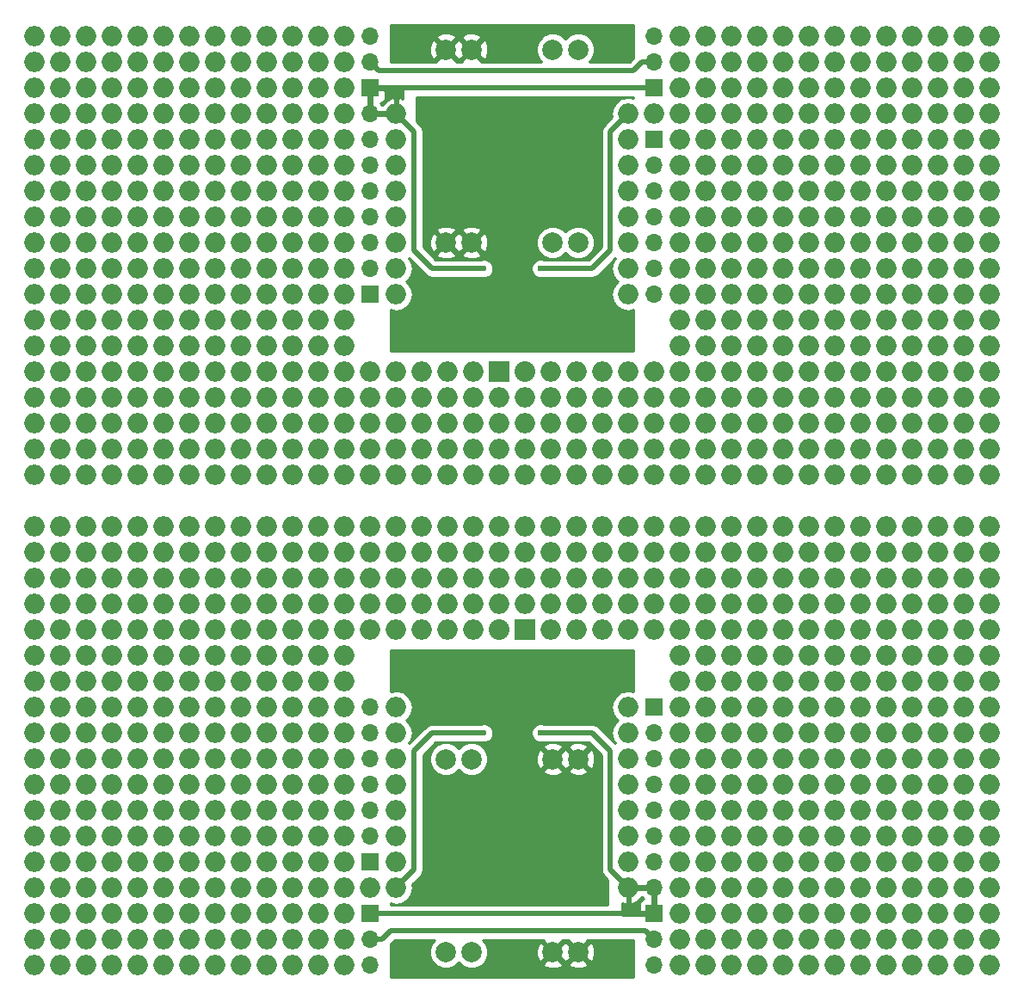
<source format=gbr>
G04 #@! TF.FileFunction,Copper,L2,Bot,Signal*
%FSLAX46Y46*%
G04 Gerber Fmt 4.6, Leading zero omitted, Abs format (unit mm)*
G04 Created by KiCad (PCBNEW 4.0.4+e1-6308~48~ubuntu16.04.1-stable) date Sun Jan 29 14:42:06 2017*
%MOMM*%
%LPD*%
G01*
G04 APERTURE LIST*
%ADD10C,0.100000*%
%ADD11O,2.000000X2.000000*%
%ADD12R,1.700000X1.700000*%
%ADD13O,1.700000X1.700000*%
%ADD14C,2.000000*%
%ADD15R,2.032000X2.032000*%
%ADD16O,2.032000X2.032000*%
%ADD17C,0.600000*%
%ADD18C,0.500000*%
%ADD19C,0.254000*%
G04 APERTURE END LIST*
D10*
D11*
X127540000Y-70120000D03*
X125000000Y-70120000D03*
X127540000Y-67580000D03*
X125000000Y-67580000D03*
X122460000Y-72660000D03*
X122460000Y-70120000D03*
X119920000Y-72660000D03*
X119920000Y-70120000D03*
X122460000Y-67580000D03*
X119920000Y-67580000D03*
X127540000Y-75200000D03*
X125000000Y-75200000D03*
X130080000Y-72660000D03*
X125000000Y-72660000D03*
X127540000Y-72660000D03*
X130080000Y-67580000D03*
X132620000Y-67580000D03*
X130080000Y-70120000D03*
X132620000Y-70120000D03*
X119920000Y-82820000D03*
X117380000Y-82820000D03*
X119920000Y-80280000D03*
X117380000Y-80280000D03*
X125000000Y-80280000D03*
X122460000Y-77740000D03*
X122460000Y-80280000D03*
X122460000Y-75200000D03*
X125000000Y-77740000D03*
X130080000Y-77740000D03*
X127540000Y-80280000D03*
X127540000Y-77740000D03*
X130080000Y-75200000D03*
X130080000Y-80280000D03*
X117380000Y-77740000D03*
X119920000Y-75200000D03*
X119920000Y-77740000D03*
X117380000Y-75200000D03*
X114840000Y-98060000D03*
X114840000Y-108220000D03*
X114840000Y-105680000D03*
X114840000Y-103140000D03*
X114840000Y-100600000D03*
X119920000Y-87900000D03*
X119920000Y-90440000D03*
X117380000Y-90440000D03*
X117380000Y-87900000D03*
X117380000Y-85360000D03*
X125000000Y-87900000D03*
X125000000Y-85360000D03*
X122460000Y-87900000D03*
X122460000Y-85360000D03*
X119920000Y-85360000D03*
X122460000Y-82820000D03*
X125000000Y-82820000D03*
X130080000Y-82820000D03*
X132620000Y-85360000D03*
X130080000Y-85360000D03*
X130080000Y-87900000D03*
X127540000Y-87900000D03*
X127540000Y-82820000D03*
X127540000Y-85360000D03*
D12*
X114840000Y-70120000D03*
D13*
X114840000Y-67580000D03*
X114840000Y-65040000D03*
D12*
X86900000Y-70120000D03*
D13*
X86900000Y-67580000D03*
X86900000Y-65040000D03*
D12*
X86900000Y-90440000D03*
D13*
X86900000Y-87900000D03*
X86900000Y-85360000D03*
X86900000Y-82820000D03*
X86900000Y-80280000D03*
X86900000Y-77740000D03*
X86900000Y-75200000D03*
X86900000Y-72660000D03*
D11*
X112300000Y-90440000D03*
X112300000Y-87900000D03*
X112300000Y-85360000D03*
X112300000Y-82820000D03*
X112300000Y-80280000D03*
X112300000Y-77740000D03*
X112300000Y-75200000D03*
X112300000Y-72660000D03*
X89440000Y-72660000D03*
X89440000Y-75200000D03*
X89440000Y-77740000D03*
X89440000Y-80280000D03*
X89440000Y-82820000D03*
X89440000Y-85360000D03*
X89440000Y-87900000D03*
X89440000Y-90440000D03*
D14*
X94370000Y-85335000D03*
X96870000Y-85335000D03*
X104870000Y-85335000D03*
X107370000Y-85335000D03*
X104870000Y-66335000D03*
X107370000Y-66335000D03*
X94370000Y-66335000D03*
X96870000Y-66335000D03*
D11*
X114840000Y-72660000D03*
D12*
X114840000Y-75200000D03*
D13*
X114840000Y-77740000D03*
X114840000Y-80280000D03*
X114840000Y-82820000D03*
X114840000Y-85360000D03*
X114840000Y-87900000D03*
X114840000Y-90440000D03*
D11*
X104680000Y-98060000D03*
X109760000Y-103140000D03*
X107220000Y-103140000D03*
X109760000Y-100600000D03*
X107220000Y-100600000D03*
X107220000Y-98060000D03*
D15*
X99600000Y-98060000D03*
D16*
X102140000Y-98060000D03*
D11*
X99600000Y-100600000D03*
X102140000Y-103140000D03*
X104680000Y-100600000D03*
X102140000Y-100600000D03*
X104680000Y-103140000D03*
X112300000Y-103140000D03*
X112300000Y-100600000D03*
X112300000Y-98060000D03*
X109760000Y-98060000D03*
X99600000Y-103140000D03*
X104680000Y-108220000D03*
X102140000Y-105680000D03*
X99600000Y-108220000D03*
X104680000Y-105680000D03*
X99600000Y-105680000D03*
X102140000Y-108220000D03*
X109760000Y-105680000D03*
X107220000Y-105680000D03*
X112300000Y-108220000D03*
X109760000Y-108220000D03*
X107220000Y-108220000D03*
X112300000Y-105680000D03*
X86900000Y-100600000D03*
X86900000Y-98060000D03*
X89440000Y-98060000D03*
X91980000Y-98060000D03*
X91980000Y-100600000D03*
X89440000Y-100600000D03*
X89440000Y-108220000D03*
X86900000Y-105680000D03*
X89440000Y-105680000D03*
X89440000Y-103140000D03*
X86900000Y-103140000D03*
X86900000Y-108220000D03*
X97060000Y-108220000D03*
X94520000Y-105680000D03*
X97060000Y-105680000D03*
X91980000Y-105680000D03*
X91980000Y-108220000D03*
X94520000Y-108220000D03*
X97060000Y-103140000D03*
X97060000Y-100600000D03*
X94520000Y-100600000D03*
X91980000Y-103140000D03*
X94520000Y-98060000D03*
X97060000Y-98060000D03*
X94520000Y-103140000D03*
X76740000Y-108220000D03*
X74200000Y-108220000D03*
X74200000Y-105680000D03*
X71660000Y-105680000D03*
X69120000Y-103140000D03*
X66580000Y-103140000D03*
X66580000Y-100600000D03*
X69120000Y-100600000D03*
X69120000Y-108220000D03*
X66580000Y-108220000D03*
X69120000Y-105680000D03*
X66580000Y-105680000D03*
X71660000Y-108220000D03*
X74200000Y-100600000D03*
X71660000Y-100600000D03*
X71660000Y-103140000D03*
X74200000Y-103140000D03*
X76740000Y-105680000D03*
X76740000Y-103140000D03*
X76740000Y-100600000D03*
X74200000Y-98060000D03*
X71660000Y-98060000D03*
X76740000Y-98060000D03*
X84360000Y-108220000D03*
X84360000Y-105680000D03*
X81820000Y-105680000D03*
X79280000Y-105680000D03*
X79280000Y-108220000D03*
X81820000Y-108220000D03*
X84360000Y-103140000D03*
X84360000Y-100600000D03*
X81820000Y-98060000D03*
X79280000Y-98060000D03*
X84360000Y-98060000D03*
X76740000Y-95520000D03*
X74200000Y-95520000D03*
X76740000Y-92980000D03*
X74200000Y-92980000D03*
X84360000Y-95520000D03*
X79280000Y-92980000D03*
X81820000Y-92980000D03*
X81820000Y-95520000D03*
X79280000Y-95520000D03*
X84360000Y-92980000D03*
X81820000Y-100600000D03*
X79280000Y-100600000D03*
X79280000Y-103140000D03*
X81820000Y-103140000D03*
X58960000Y-108220000D03*
X56420000Y-105680000D03*
X56420000Y-108220000D03*
X53880000Y-105680000D03*
X58960000Y-105680000D03*
X56420000Y-103140000D03*
X53880000Y-103140000D03*
X53880000Y-108220000D03*
X56420000Y-95520000D03*
X53880000Y-92980000D03*
X56420000Y-92980000D03*
X53880000Y-95520000D03*
X58960000Y-103140000D03*
X58960000Y-100600000D03*
X53880000Y-100600000D03*
X56420000Y-98060000D03*
X53880000Y-98060000D03*
X56420000Y-100600000D03*
X64040000Y-108220000D03*
X61500000Y-108220000D03*
X64040000Y-105680000D03*
X64040000Y-103140000D03*
X64040000Y-100600000D03*
X61500000Y-100600000D03*
X61500000Y-103140000D03*
X61500000Y-105680000D03*
X61500000Y-98060000D03*
X58960000Y-98060000D03*
X58960000Y-95520000D03*
X58960000Y-92980000D03*
X61500000Y-95520000D03*
X64040000Y-90440000D03*
X61500000Y-90440000D03*
X64040000Y-87900000D03*
X58960000Y-87900000D03*
X58960000Y-90440000D03*
X61500000Y-87900000D03*
X69120000Y-98060000D03*
X71660000Y-95520000D03*
X69120000Y-95520000D03*
X66580000Y-95520000D03*
X71660000Y-92980000D03*
X69120000Y-92980000D03*
X66580000Y-92980000D03*
X66580000Y-98060000D03*
X64040000Y-98060000D03*
X64040000Y-95520000D03*
X61500000Y-92980000D03*
X64040000Y-92980000D03*
X66580000Y-87900000D03*
X69120000Y-87900000D03*
X69120000Y-90440000D03*
X66580000Y-90440000D03*
X76740000Y-90440000D03*
X74200000Y-90440000D03*
X71660000Y-90440000D03*
X74200000Y-87900000D03*
X71660000Y-87900000D03*
X76740000Y-87900000D03*
X84360000Y-90440000D03*
X79280000Y-90440000D03*
X84360000Y-87900000D03*
X81820000Y-90440000D03*
X81820000Y-87900000D03*
X79280000Y-87900000D03*
X84360000Y-80280000D03*
X84360000Y-75200000D03*
X81820000Y-80280000D03*
X84360000Y-77740000D03*
X79280000Y-75200000D03*
X81820000Y-77740000D03*
X79280000Y-77740000D03*
X81820000Y-75200000D03*
X79280000Y-85360000D03*
X84360000Y-85360000D03*
X84360000Y-82820000D03*
X81820000Y-82820000D03*
X81820000Y-85360000D03*
X79280000Y-82820000D03*
X76740000Y-82820000D03*
X79280000Y-80280000D03*
X76740000Y-80280000D03*
X74200000Y-82820000D03*
X74200000Y-80280000D03*
X76740000Y-77740000D03*
X74200000Y-77740000D03*
X71660000Y-80280000D03*
X74200000Y-75200000D03*
X71660000Y-77740000D03*
X71660000Y-75200000D03*
X76740000Y-75200000D03*
X76740000Y-85360000D03*
X74200000Y-85360000D03*
X71660000Y-85360000D03*
X71660000Y-82820000D03*
X56420000Y-77740000D03*
X56420000Y-72660000D03*
X53880000Y-77740000D03*
X56420000Y-75200000D03*
X53880000Y-75200000D03*
X53880000Y-72660000D03*
X56420000Y-70120000D03*
X53880000Y-70120000D03*
X56420000Y-67580000D03*
X56420000Y-65040000D03*
X53880000Y-67580000D03*
X58960000Y-65040000D03*
X53880000Y-65040000D03*
X58960000Y-67580000D03*
X53880000Y-90440000D03*
X56420000Y-87900000D03*
X53880000Y-87900000D03*
X56420000Y-90440000D03*
X61500000Y-72660000D03*
X58960000Y-72660000D03*
X64040000Y-72660000D03*
X61500000Y-70120000D03*
X64040000Y-70120000D03*
X58960000Y-70120000D03*
X56420000Y-85360000D03*
X53880000Y-85360000D03*
X53880000Y-80280000D03*
X56420000Y-82820000D03*
X53880000Y-82820000D03*
X56420000Y-80280000D03*
X61500000Y-65040000D03*
X61500000Y-67580000D03*
X64040000Y-67580000D03*
X64040000Y-65040000D03*
X66580000Y-82820000D03*
X69120000Y-85360000D03*
X66580000Y-85360000D03*
X69120000Y-82820000D03*
X64040000Y-80280000D03*
X66580000Y-80280000D03*
X69120000Y-80280000D03*
X69120000Y-77740000D03*
X58960000Y-80280000D03*
X58960000Y-77740000D03*
X61500000Y-77740000D03*
X61500000Y-75200000D03*
X58960000Y-75200000D03*
X61500000Y-85360000D03*
X64040000Y-82820000D03*
X61500000Y-82820000D03*
X58960000Y-85360000D03*
X64040000Y-85360000D03*
X58960000Y-82820000D03*
X61500000Y-80280000D03*
X64040000Y-77740000D03*
X66580000Y-75200000D03*
X64040000Y-75200000D03*
X69120000Y-75200000D03*
X66580000Y-77740000D03*
X84360000Y-72660000D03*
X84360000Y-70120000D03*
X81820000Y-70120000D03*
X84360000Y-65040000D03*
X81820000Y-67580000D03*
X81820000Y-65040000D03*
X84360000Y-67580000D03*
X81820000Y-72660000D03*
X79280000Y-72660000D03*
X76740000Y-72660000D03*
X74200000Y-72660000D03*
X79280000Y-70120000D03*
X79280000Y-67580000D03*
X79280000Y-65040000D03*
X76740000Y-65040000D03*
X71660000Y-72660000D03*
X69120000Y-72660000D03*
X69120000Y-70120000D03*
X66580000Y-70120000D03*
X66580000Y-72660000D03*
X76740000Y-70120000D03*
X74200000Y-70120000D03*
X71660000Y-70120000D03*
X74200000Y-67580000D03*
X71660000Y-67580000D03*
X71660000Y-65040000D03*
X76740000Y-67580000D03*
X74200000Y-65040000D03*
X69120000Y-67580000D03*
X66580000Y-67580000D03*
X69120000Y-65040000D03*
X66580000Y-65040000D03*
X132620000Y-90440000D03*
X132620000Y-95520000D03*
X130080000Y-95520000D03*
X130080000Y-92980000D03*
X127540000Y-92980000D03*
X127540000Y-95520000D03*
X127540000Y-90440000D03*
X130080000Y-90440000D03*
X127540000Y-100600000D03*
X127540000Y-98060000D03*
X130080000Y-100600000D03*
X130080000Y-98060000D03*
X130080000Y-108220000D03*
X127540000Y-105680000D03*
X130080000Y-103140000D03*
X130080000Y-105680000D03*
X127540000Y-108220000D03*
X127540000Y-103140000D03*
X125000000Y-103140000D03*
X122460000Y-103140000D03*
X125000000Y-100600000D03*
X122460000Y-100600000D03*
X122460000Y-98060000D03*
X125000000Y-98060000D03*
X125000000Y-95520000D03*
X122460000Y-95520000D03*
X125000000Y-92980000D03*
X125000000Y-90440000D03*
X122460000Y-90440000D03*
X122460000Y-92980000D03*
X119920000Y-98060000D03*
X119920000Y-95520000D03*
X117380000Y-98060000D03*
X117380000Y-95520000D03*
X119920000Y-92980000D03*
X117380000Y-92980000D03*
X119920000Y-103140000D03*
X117380000Y-103140000D03*
X119920000Y-100600000D03*
X117380000Y-100600000D03*
X125000000Y-108220000D03*
X122460000Y-108220000D03*
X122460000Y-105680000D03*
X125000000Y-105680000D03*
X119920000Y-105680000D03*
X117380000Y-105680000D03*
X117380000Y-108220000D03*
X119920000Y-108220000D03*
X147860000Y-82820000D03*
X142780000Y-82820000D03*
X147860000Y-80280000D03*
X147860000Y-77740000D03*
X145320000Y-82820000D03*
X145320000Y-77740000D03*
X140240000Y-82820000D03*
X137700000Y-82820000D03*
X137700000Y-80280000D03*
X135160000Y-80280000D03*
X135160000Y-82820000D03*
X132620000Y-80280000D03*
X135160000Y-77740000D03*
X132620000Y-82820000D03*
X135160000Y-72660000D03*
X132620000Y-72660000D03*
X132620000Y-77740000D03*
X135160000Y-75200000D03*
X132620000Y-75200000D03*
X147860000Y-75200000D03*
X145320000Y-75200000D03*
X147860000Y-72660000D03*
X145320000Y-72660000D03*
X145320000Y-80280000D03*
X142780000Y-77740000D03*
X140240000Y-80280000D03*
X140240000Y-77740000D03*
X137700000Y-77740000D03*
X137700000Y-75200000D03*
X142780000Y-80280000D03*
X137700000Y-72660000D03*
X137700000Y-108220000D03*
X132620000Y-108220000D03*
X135160000Y-108220000D03*
X135160000Y-105680000D03*
X132620000Y-105680000D03*
X137700000Y-105680000D03*
X135160000Y-103140000D03*
X147860000Y-103140000D03*
X147860000Y-100600000D03*
X145320000Y-100600000D03*
X145320000Y-103140000D03*
X142780000Y-100600000D03*
X147860000Y-98060000D03*
X145320000Y-98060000D03*
X142780000Y-98060000D03*
X135160000Y-100600000D03*
X135160000Y-98060000D03*
X132620000Y-100600000D03*
X132620000Y-98060000D03*
X132620000Y-103140000D03*
X142780000Y-103140000D03*
X140240000Y-103140000D03*
X140240000Y-100600000D03*
X137700000Y-100600000D03*
X137700000Y-98060000D03*
X140240000Y-98060000D03*
X137700000Y-103140000D03*
X147860000Y-108220000D03*
X147860000Y-105680000D03*
X140240000Y-105680000D03*
X145320000Y-108220000D03*
X142780000Y-108220000D03*
X140240000Y-108220000D03*
X145320000Y-105680000D03*
X142780000Y-105680000D03*
X137700000Y-95520000D03*
X135160000Y-95520000D03*
X132620000Y-92980000D03*
X137700000Y-92980000D03*
X135160000Y-92980000D03*
X135160000Y-90440000D03*
X142780000Y-87900000D03*
X145320000Y-87900000D03*
X142780000Y-90440000D03*
X145320000Y-90440000D03*
X145320000Y-95520000D03*
X147860000Y-92980000D03*
X145320000Y-92980000D03*
X147860000Y-95520000D03*
X147860000Y-90440000D03*
X147860000Y-87900000D03*
X142780000Y-85360000D03*
X147860000Y-85360000D03*
X145320000Y-85360000D03*
X140240000Y-90440000D03*
X137700000Y-90440000D03*
X140240000Y-87900000D03*
X140240000Y-85360000D03*
X132620000Y-87900000D03*
X137700000Y-87900000D03*
X137700000Y-85360000D03*
X135160000Y-85360000D03*
X135160000Y-87900000D03*
X142780000Y-95520000D03*
X140240000Y-95520000D03*
X140240000Y-92980000D03*
X142780000Y-92980000D03*
X117380000Y-70120000D03*
X117380000Y-72660000D03*
X125000000Y-65040000D03*
X122460000Y-65040000D03*
X117380000Y-65040000D03*
X117380000Y-67580000D03*
X119920000Y-65040000D03*
X132620000Y-65040000D03*
X130080000Y-65040000D03*
X127540000Y-65040000D03*
X135160000Y-67580000D03*
X137700000Y-65040000D03*
X137700000Y-67580000D03*
X135160000Y-70120000D03*
X137700000Y-70120000D03*
X135160000Y-65040000D03*
X145320000Y-65040000D03*
X142780000Y-65040000D03*
X140240000Y-65040000D03*
X140240000Y-67580000D03*
X142780000Y-75200000D03*
X140240000Y-75200000D03*
X142780000Y-72660000D03*
X140240000Y-72660000D03*
X140240000Y-70120000D03*
X147860000Y-65040000D03*
X147860000Y-70120000D03*
X147860000Y-67580000D03*
X142780000Y-70120000D03*
X145320000Y-67580000D03*
X142780000Y-67580000D03*
X145320000Y-70120000D03*
D14*
X107370000Y-136185000D03*
X104870000Y-136185000D03*
X96870000Y-136185000D03*
X94370000Y-136185000D03*
X96870000Y-155185000D03*
X94370000Y-155185000D03*
X107370000Y-155185000D03*
X104870000Y-155185000D03*
D11*
X86900000Y-148860000D03*
X104680000Y-123460000D03*
X107220000Y-123460000D03*
X109760000Y-123460000D03*
X112300000Y-123460000D03*
X114840000Y-123460000D03*
X86900000Y-123460000D03*
X89440000Y-123460000D03*
X91980000Y-123460000D03*
X94520000Y-123460000D03*
X97060000Y-123460000D03*
X114840000Y-120920000D03*
X112300000Y-120920000D03*
X109760000Y-120920000D03*
X107220000Y-120920000D03*
X104680000Y-120920000D03*
X102140000Y-120920000D03*
X99600000Y-120920000D03*
X97060000Y-120920000D03*
X94520000Y-120920000D03*
X91980000Y-120920000D03*
X89440000Y-120920000D03*
X86900000Y-120920000D03*
X114840000Y-118380000D03*
X112300000Y-118380000D03*
X109760000Y-118380000D03*
X107220000Y-118380000D03*
X104680000Y-118380000D03*
X102140000Y-118380000D03*
X99600000Y-118380000D03*
X97060000Y-118380000D03*
X94520000Y-118380000D03*
X91980000Y-118380000D03*
X89440000Y-118380000D03*
X86900000Y-118380000D03*
X114840000Y-115840000D03*
X112300000Y-115840000D03*
X109760000Y-115840000D03*
X107220000Y-115840000D03*
X104680000Y-115840000D03*
X102140000Y-115840000D03*
X99600000Y-115840000D03*
X97060000Y-115840000D03*
X94520000Y-115840000D03*
X91980000Y-115840000D03*
X89440000Y-115840000D03*
X86900000Y-115840000D03*
X114840000Y-113300000D03*
X112300000Y-113300000D03*
X109760000Y-113300000D03*
X107220000Y-113300000D03*
X104680000Y-113300000D03*
X102140000Y-113300000D03*
X99600000Y-113300000D03*
X97060000Y-113300000D03*
X94520000Y-113300000D03*
X91980000Y-113300000D03*
X89440000Y-113300000D03*
X86900000Y-113300000D03*
X147860000Y-156480000D03*
X145320000Y-156480000D03*
X142780000Y-156480000D03*
X140240000Y-156480000D03*
X137700000Y-156480000D03*
X135160000Y-156480000D03*
X132620000Y-156480000D03*
X130080000Y-156480000D03*
X127540000Y-156480000D03*
X125000000Y-156480000D03*
X122460000Y-156480000D03*
X119920000Y-156480000D03*
X117380000Y-156480000D03*
X147860000Y-153940000D03*
X145320000Y-153940000D03*
X142780000Y-153940000D03*
X140240000Y-153940000D03*
X137700000Y-153940000D03*
X135160000Y-153940000D03*
X132620000Y-153940000D03*
X130080000Y-153940000D03*
X127540000Y-153940000D03*
X125000000Y-153940000D03*
X122460000Y-153940000D03*
X119920000Y-153940000D03*
X117380000Y-153940000D03*
X147860000Y-151400000D03*
X145320000Y-151400000D03*
X142780000Y-151400000D03*
X140240000Y-151400000D03*
X137700000Y-151400000D03*
X135160000Y-151400000D03*
X132620000Y-151400000D03*
X130080000Y-151400000D03*
X127540000Y-151400000D03*
X125000000Y-151400000D03*
X122460000Y-151400000D03*
X119920000Y-151400000D03*
X117380000Y-151400000D03*
X147860000Y-148860000D03*
X145320000Y-148860000D03*
X142780000Y-148860000D03*
X140240000Y-148860000D03*
X137700000Y-148860000D03*
X135160000Y-148860000D03*
X132620000Y-148860000D03*
X130080000Y-148860000D03*
X127540000Y-148860000D03*
X125000000Y-148860000D03*
X122460000Y-148860000D03*
X119920000Y-148860000D03*
X117380000Y-148860000D03*
X147860000Y-146320000D03*
X145320000Y-146320000D03*
X142780000Y-146320000D03*
X140240000Y-146320000D03*
X137700000Y-146320000D03*
X135160000Y-146320000D03*
X132620000Y-146320000D03*
X130080000Y-146320000D03*
X127540000Y-146320000D03*
X125000000Y-146320000D03*
X122460000Y-146320000D03*
X119920000Y-146320000D03*
X117380000Y-146320000D03*
X147860000Y-143780000D03*
X145320000Y-143780000D03*
X142780000Y-143780000D03*
X140240000Y-143780000D03*
X137700000Y-143780000D03*
X135160000Y-143780000D03*
X132620000Y-143780000D03*
X130080000Y-143780000D03*
X127540000Y-143780000D03*
X125000000Y-143780000D03*
X122460000Y-143780000D03*
X119920000Y-143780000D03*
X117380000Y-143780000D03*
X147860000Y-141240000D03*
X145320000Y-141240000D03*
X142780000Y-141240000D03*
X140240000Y-141240000D03*
X137700000Y-141240000D03*
X135160000Y-141240000D03*
X132620000Y-141240000D03*
X130080000Y-141240000D03*
X127540000Y-141240000D03*
X125000000Y-141240000D03*
X122460000Y-141240000D03*
X119920000Y-141240000D03*
X117380000Y-141240000D03*
X147860000Y-138700000D03*
X145320000Y-138700000D03*
X142780000Y-138700000D03*
X140240000Y-138700000D03*
X137700000Y-138700000D03*
X135160000Y-138700000D03*
X132620000Y-138700000D03*
X130080000Y-138700000D03*
X127540000Y-138700000D03*
X125000000Y-138700000D03*
X122460000Y-138700000D03*
X119920000Y-138700000D03*
X117380000Y-138700000D03*
X147860000Y-136160000D03*
X145320000Y-136160000D03*
X142780000Y-136160000D03*
X140240000Y-136160000D03*
X137700000Y-136160000D03*
X135160000Y-136160000D03*
X132620000Y-136160000D03*
X130080000Y-136160000D03*
X127540000Y-136160000D03*
X125000000Y-136160000D03*
X122460000Y-136160000D03*
X119920000Y-136160000D03*
X117380000Y-136160000D03*
X147860000Y-133620000D03*
X145320000Y-133620000D03*
X142780000Y-133620000D03*
X140240000Y-133620000D03*
X137700000Y-133620000D03*
X135160000Y-133620000D03*
X132620000Y-133620000D03*
X130080000Y-133620000D03*
X127540000Y-133620000D03*
X125000000Y-133620000D03*
X122460000Y-133620000D03*
X119920000Y-133620000D03*
X117380000Y-133620000D03*
X147860000Y-131080000D03*
X145320000Y-131080000D03*
X142780000Y-131080000D03*
X140240000Y-131080000D03*
X137700000Y-131080000D03*
X135160000Y-131080000D03*
X132620000Y-131080000D03*
X130080000Y-131080000D03*
X127540000Y-131080000D03*
X125000000Y-131080000D03*
X122460000Y-131080000D03*
X119920000Y-131080000D03*
X117380000Y-131080000D03*
X147860000Y-128540000D03*
X145320000Y-128540000D03*
X142780000Y-128540000D03*
X140240000Y-128540000D03*
X137700000Y-128540000D03*
X135160000Y-128540000D03*
X132620000Y-128540000D03*
X130080000Y-128540000D03*
X127540000Y-128540000D03*
X125000000Y-128540000D03*
X122460000Y-128540000D03*
X119920000Y-128540000D03*
X117380000Y-128540000D03*
X147860000Y-126000000D03*
X145320000Y-126000000D03*
X142780000Y-126000000D03*
X140240000Y-126000000D03*
X137700000Y-126000000D03*
X135160000Y-126000000D03*
X132620000Y-126000000D03*
X130080000Y-126000000D03*
X127540000Y-126000000D03*
X125000000Y-126000000D03*
X122460000Y-126000000D03*
X119920000Y-126000000D03*
X117380000Y-126000000D03*
X147860000Y-123460000D03*
X145320000Y-123460000D03*
X142780000Y-123460000D03*
X140240000Y-123460000D03*
X137700000Y-123460000D03*
X135160000Y-123460000D03*
X132620000Y-123460000D03*
X130080000Y-123460000D03*
X127540000Y-123460000D03*
X125000000Y-123460000D03*
X122460000Y-123460000D03*
X119920000Y-123460000D03*
X117380000Y-123460000D03*
X147860000Y-120920000D03*
X145320000Y-120920000D03*
X142780000Y-120920000D03*
X140240000Y-120920000D03*
X137700000Y-120920000D03*
X135160000Y-120920000D03*
X132620000Y-120920000D03*
X130080000Y-120920000D03*
X127540000Y-120920000D03*
X125000000Y-120920000D03*
X122460000Y-120920000D03*
X119920000Y-120920000D03*
X117380000Y-120920000D03*
X147860000Y-118380000D03*
X145320000Y-118380000D03*
X142780000Y-118380000D03*
X140240000Y-118380000D03*
X137700000Y-118380000D03*
X135160000Y-118380000D03*
X132620000Y-118380000D03*
X130080000Y-118380000D03*
X127540000Y-118380000D03*
X125000000Y-118380000D03*
X122460000Y-118380000D03*
X119920000Y-118380000D03*
X117380000Y-118380000D03*
X147860000Y-115840000D03*
X145320000Y-115840000D03*
X142780000Y-115840000D03*
X140240000Y-115840000D03*
X137700000Y-115840000D03*
X135160000Y-115840000D03*
X132620000Y-115840000D03*
X130080000Y-115840000D03*
X127540000Y-115840000D03*
X125000000Y-115840000D03*
X122460000Y-115840000D03*
X119920000Y-115840000D03*
X117380000Y-115840000D03*
X147860000Y-113300000D03*
X145320000Y-113300000D03*
X142780000Y-113300000D03*
X140240000Y-113300000D03*
X137700000Y-113300000D03*
X135160000Y-113300000D03*
X132620000Y-113300000D03*
X130080000Y-113300000D03*
X127540000Y-113300000D03*
X125000000Y-113300000D03*
X122460000Y-113300000D03*
X119920000Y-113300000D03*
X117380000Y-113300000D03*
X84360000Y-153940000D03*
X81820000Y-153940000D03*
X79280000Y-153940000D03*
X76740000Y-153940000D03*
X74200000Y-153940000D03*
X71660000Y-153940000D03*
X69120000Y-153940000D03*
X66580000Y-153940000D03*
X64040000Y-153940000D03*
X61500000Y-153940000D03*
X58960000Y-153940000D03*
X56420000Y-153940000D03*
X53880000Y-153940000D03*
X84360000Y-151400000D03*
X81820000Y-151400000D03*
X79280000Y-151400000D03*
X76740000Y-151400000D03*
X74200000Y-151400000D03*
X71660000Y-151400000D03*
X69120000Y-151400000D03*
X66580000Y-151400000D03*
X64040000Y-151400000D03*
X61500000Y-151400000D03*
X58960000Y-151400000D03*
X56420000Y-151400000D03*
X53880000Y-151400000D03*
X84360000Y-148860000D03*
X81820000Y-148860000D03*
X79280000Y-148860000D03*
X76740000Y-148860000D03*
X74200000Y-148860000D03*
X71660000Y-148860000D03*
X69120000Y-148860000D03*
X66580000Y-148860000D03*
X64040000Y-148860000D03*
X61500000Y-148860000D03*
X58960000Y-148860000D03*
X56420000Y-148860000D03*
X53880000Y-148860000D03*
X84360000Y-146320000D03*
X81820000Y-146320000D03*
X79280000Y-146320000D03*
X76740000Y-146320000D03*
X74200000Y-146320000D03*
X71660000Y-146320000D03*
X69120000Y-146320000D03*
X66580000Y-146320000D03*
X64040000Y-146320000D03*
X61500000Y-146320000D03*
X58960000Y-146320000D03*
X56420000Y-146320000D03*
X53880000Y-146320000D03*
X84360000Y-143780000D03*
X81820000Y-143780000D03*
X79280000Y-143780000D03*
X76740000Y-143780000D03*
X74200000Y-143780000D03*
X71660000Y-143780000D03*
X69120000Y-143780000D03*
X66580000Y-143780000D03*
X64040000Y-143780000D03*
X61500000Y-143780000D03*
X58960000Y-143780000D03*
X56420000Y-143780000D03*
X53880000Y-143780000D03*
X84360000Y-141240000D03*
X81820000Y-141240000D03*
X79280000Y-141240000D03*
X76740000Y-141240000D03*
X74200000Y-141240000D03*
X71660000Y-141240000D03*
X69120000Y-141240000D03*
X66580000Y-141240000D03*
X64040000Y-141240000D03*
X61500000Y-141240000D03*
X58960000Y-141240000D03*
X56420000Y-141240000D03*
X53880000Y-141240000D03*
X84360000Y-138700000D03*
X81820000Y-138700000D03*
X79280000Y-138700000D03*
X76740000Y-138700000D03*
X74200000Y-138700000D03*
X71660000Y-138700000D03*
X69120000Y-138700000D03*
X66580000Y-138700000D03*
X64040000Y-138700000D03*
X61500000Y-138700000D03*
X58960000Y-138700000D03*
X56420000Y-138700000D03*
X53880000Y-138700000D03*
X84360000Y-136160000D03*
X81820000Y-136160000D03*
X79280000Y-136160000D03*
X76740000Y-136160000D03*
X74200000Y-136160000D03*
X71660000Y-136160000D03*
X69120000Y-136160000D03*
X66580000Y-136160000D03*
X64040000Y-136160000D03*
X61500000Y-136160000D03*
X58960000Y-136160000D03*
X56420000Y-136160000D03*
X53880000Y-136160000D03*
X84360000Y-133620000D03*
X81820000Y-133620000D03*
X79280000Y-133620000D03*
X76740000Y-133620000D03*
X74200000Y-133620000D03*
X71660000Y-133620000D03*
X69120000Y-133620000D03*
X66580000Y-133620000D03*
X64040000Y-133620000D03*
X61500000Y-133620000D03*
X58960000Y-133620000D03*
X56420000Y-133620000D03*
X53880000Y-133620000D03*
X84360000Y-131080000D03*
X81820000Y-131080000D03*
X79280000Y-131080000D03*
X76740000Y-131080000D03*
X74200000Y-131080000D03*
X71660000Y-131080000D03*
X69120000Y-131080000D03*
X66580000Y-131080000D03*
X64040000Y-131080000D03*
X61500000Y-131080000D03*
X58960000Y-131080000D03*
X56420000Y-131080000D03*
X53880000Y-131080000D03*
X84360000Y-128540000D03*
X81820000Y-128540000D03*
X79280000Y-128540000D03*
X76740000Y-128540000D03*
X74200000Y-128540000D03*
X71660000Y-128540000D03*
X69120000Y-128540000D03*
X66580000Y-128540000D03*
X64040000Y-128540000D03*
X61500000Y-128540000D03*
X58960000Y-128540000D03*
X56420000Y-128540000D03*
X53880000Y-128540000D03*
X84360000Y-126000000D03*
X81820000Y-126000000D03*
X79280000Y-126000000D03*
X76740000Y-126000000D03*
X74200000Y-126000000D03*
X71660000Y-126000000D03*
X69120000Y-126000000D03*
X66580000Y-126000000D03*
X64040000Y-126000000D03*
X61500000Y-126000000D03*
X58960000Y-126000000D03*
X56420000Y-126000000D03*
X53880000Y-126000000D03*
X84360000Y-123460000D03*
X81820000Y-123460000D03*
X79280000Y-123460000D03*
X76740000Y-123460000D03*
X74200000Y-123460000D03*
X71660000Y-123460000D03*
X69120000Y-123460000D03*
X66580000Y-123460000D03*
X64040000Y-123460000D03*
X61500000Y-123460000D03*
X58960000Y-123460000D03*
X56420000Y-123460000D03*
X53880000Y-123460000D03*
X84360000Y-120920000D03*
X81820000Y-120920000D03*
X79280000Y-120920000D03*
X76740000Y-120920000D03*
X74200000Y-120920000D03*
X71660000Y-120920000D03*
X69120000Y-120920000D03*
X66580000Y-120920000D03*
X64040000Y-120920000D03*
X61500000Y-120920000D03*
X58960000Y-120920000D03*
X56420000Y-120920000D03*
X53880000Y-120920000D03*
X84360000Y-118380000D03*
X81820000Y-118380000D03*
X79280000Y-118380000D03*
X76740000Y-118380000D03*
X74200000Y-118380000D03*
X71660000Y-118380000D03*
X69120000Y-118380000D03*
X66580000Y-118380000D03*
X64040000Y-118380000D03*
X61500000Y-118380000D03*
X58960000Y-118380000D03*
X56420000Y-118380000D03*
X53880000Y-118380000D03*
X84360000Y-115840000D03*
X81820000Y-115840000D03*
X79280000Y-115840000D03*
X76740000Y-115840000D03*
X74200000Y-115840000D03*
X71660000Y-115840000D03*
X69120000Y-115840000D03*
X66580000Y-115840000D03*
X64040000Y-115840000D03*
X61500000Y-115840000D03*
X58960000Y-115840000D03*
X56420000Y-115840000D03*
X53880000Y-115840000D03*
X84360000Y-113300000D03*
X81820000Y-113300000D03*
X79280000Y-113300000D03*
X76740000Y-113300000D03*
X74200000Y-113300000D03*
X71660000Y-113300000D03*
X69120000Y-113300000D03*
X66580000Y-113300000D03*
X64040000Y-113300000D03*
X61500000Y-113300000D03*
X58960000Y-113300000D03*
X56420000Y-113300000D03*
X53880000Y-113300000D03*
X84360000Y-156480000D03*
X81820000Y-156480000D03*
X79280000Y-156480000D03*
X76740000Y-156480000D03*
X74200000Y-156480000D03*
X71660000Y-156480000D03*
X69120000Y-156480000D03*
X66580000Y-156480000D03*
X64040000Y-156480000D03*
X61500000Y-156480000D03*
X58960000Y-156480000D03*
X56420000Y-156480000D03*
X89440000Y-131080000D03*
X89440000Y-133620000D03*
X89440000Y-136160000D03*
X89440000Y-138700000D03*
X89440000Y-141240000D03*
X89440000Y-143780000D03*
X89440000Y-146320000D03*
X89440000Y-148860000D03*
X112300000Y-148860000D03*
X112300000Y-146320000D03*
X112300000Y-143780000D03*
X112300000Y-141240000D03*
X112300000Y-138700000D03*
X112300000Y-136160000D03*
X112300000Y-133620000D03*
X112300000Y-131080000D03*
D15*
X102140000Y-123460000D03*
D16*
X99600000Y-123460000D03*
D12*
X86900000Y-146320000D03*
D13*
X86900000Y-143780000D03*
X86900000Y-141240000D03*
X86900000Y-138700000D03*
X86900000Y-136160000D03*
X86900000Y-133620000D03*
X86900000Y-131080000D03*
D11*
X53880000Y-156480000D03*
D12*
X114840000Y-131080000D03*
D13*
X114840000Y-133620000D03*
X114840000Y-136160000D03*
X114840000Y-138700000D03*
X114840000Y-141240000D03*
X114840000Y-143780000D03*
X114840000Y-146320000D03*
X114840000Y-148860000D03*
D12*
X114840000Y-151400000D03*
D13*
X114840000Y-153940000D03*
X114840000Y-156480000D03*
D12*
X86900000Y-151400000D03*
D13*
X86900000Y-153940000D03*
X86900000Y-156480000D03*
D17*
X105950000Y-78756000D03*
X96552000Y-78756000D03*
X93250000Y-71390000D03*
X95790000Y-71390000D03*
X94520000Y-71390000D03*
X107220000Y-150130000D03*
X105950000Y-150130000D03*
X108490000Y-150130000D03*
X105188000Y-142764000D03*
X95790000Y-142764000D03*
X103664000Y-87900000D03*
X98076000Y-133620000D03*
X98076000Y-87900000D03*
X103664000Y-133620000D03*
D18*
X105950000Y-78756000D02*
X96552000Y-78756000D01*
X95790000Y-142764000D02*
X105188000Y-142764000D01*
X114840000Y-67580000D02*
X113637919Y-67580000D01*
X113637919Y-67580000D02*
X112787920Y-68429999D01*
X112787920Y-68429999D02*
X87749999Y-68429999D01*
X87749999Y-68429999D02*
X86900000Y-67580000D01*
X110522000Y-74438000D02*
X112300000Y-72660000D01*
X110522000Y-86122000D02*
X110522000Y-74438000D01*
X103664000Y-87900000D02*
X108744000Y-87900000D01*
X108744000Y-87900000D02*
X110522000Y-86122000D01*
X86900000Y-153940000D02*
X88102081Y-153940000D01*
X113990001Y-153090001D02*
X114840000Y-153940000D01*
X88102081Y-153940000D02*
X88952080Y-153090001D01*
X88952080Y-153090001D02*
X113990001Y-153090001D01*
X98076000Y-133620000D02*
X92996000Y-133620000D01*
X92996000Y-133620000D02*
X91218000Y-135398000D01*
X91218000Y-135398000D02*
X91218000Y-147082000D01*
X91218000Y-147082000D02*
X89440000Y-148860000D01*
X113490000Y-70120000D02*
X86900000Y-70120000D01*
X114840000Y-70120000D02*
X113490000Y-70120000D01*
X86900000Y-70120000D02*
X86900000Y-72660000D01*
X89440000Y-72660000D02*
X86900000Y-72660000D01*
X91218000Y-74438000D02*
X89440000Y-72660000D01*
X92996000Y-87900000D02*
X91218000Y-86122000D01*
X91218000Y-86122000D02*
X91218000Y-74438000D01*
X98076000Y-87900000D02*
X92996000Y-87900000D01*
X103664000Y-133620000D02*
X108744000Y-133620000D01*
X108744000Y-133620000D02*
X110522000Y-135398000D01*
X110522000Y-135398000D02*
X110522000Y-147082000D01*
X110522000Y-147082000D02*
X112300000Y-148860000D01*
X114840000Y-151400000D02*
X114840000Y-148860000D01*
X112300000Y-148860000D02*
X114840000Y-148860000D01*
X86900000Y-151400000D02*
X88250000Y-151400000D01*
X88250000Y-151400000D02*
X114840000Y-151400000D01*
D19*
G36*
X112427000Y-148733000D02*
X114713000Y-148733000D01*
X114713000Y-148713000D01*
X114967000Y-148713000D01*
X114967000Y-148733000D01*
X114987000Y-148733000D01*
X114987000Y-148987000D01*
X114967000Y-148987000D01*
X114967000Y-151273000D01*
X114987000Y-151273000D01*
X114987000Y-151527000D01*
X111665000Y-151527000D01*
X111665000Y-150333020D01*
X111919565Y-150450133D01*
X112173000Y-150331319D01*
X112173000Y-148987000D01*
X112427000Y-148987000D01*
X112427000Y-150331319D01*
X112680435Y-150450133D01*
X113259994Y-150183505D01*
X113671012Y-149739568D01*
X113839878Y-149924864D01*
X113630302Y-150011673D01*
X113451673Y-150190301D01*
X113355000Y-150423690D01*
X113355000Y-151114250D01*
X113513750Y-151273000D01*
X114713000Y-151273000D01*
X114713000Y-148987000D01*
X112427000Y-148987000D01*
X112173000Y-148987000D01*
X112153000Y-148987000D01*
X112153000Y-148733000D01*
X112173000Y-148733000D01*
X112173000Y-148713000D01*
X112427000Y-148713000D01*
X112427000Y-148733000D01*
X112427000Y-148733000D01*
G37*
X112427000Y-148733000D02*
X114713000Y-148733000D01*
X114713000Y-148713000D01*
X114967000Y-148713000D01*
X114967000Y-148733000D01*
X114987000Y-148733000D01*
X114987000Y-148987000D01*
X114967000Y-148987000D01*
X114967000Y-151273000D01*
X114987000Y-151273000D01*
X114987000Y-151527000D01*
X111665000Y-151527000D01*
X111665000Y-150333020D01*
X111919565Y-150450133D01*
X112173000Y-150331319D01*
X112173000Y-148987000D01*
X112427000Y-148987000D01*
X112427000Y-150331319D01*
X112680435Y-150450133D01*
X113259994Y-150183505D01*
X113671012Y-149739568D01*
X113839878Y-149924864D01*
X113630302Y-150011673D01*
X113451673Y-150190301D01*
X113355000Y-150423690D01*
X113355000Y-151114250D01*
X113513750Y-151273000D01*
X114713000Y-151273000D01*
X114713000Y-148987000D01*
X112427000Y-148987000D01*
X112173000Y-148987000D01*
X112153000Y-148987000D01*
X112153000Y-148733000D01*
X112173000Y-148733000D01*
X112173000Y-148713000D01*
X112427000Y-148713000D01*
X112427000Y-148733000D01*
G36*
X92984722Y-154257637D02*
X92735284Y-154858352D01*
X92734716Y-155508795D01*
X92983106Y-156109943D01*
X93442637Y-156570278D01*
X94043352Y-156819716D01*
X94693795Y-156820284D01*
X95294943Y-156571894D01*
X95620164Y-156247241D01*
X95942637Y-156570278D01*
X96543352Y-156819716D01*
X97193795Y-156820284D01*
X97794943Y-156571894D01*
X98029715Y-156337532D01*
X103897073Y-156337532D01*
X103995736Y-156604387D01*
X104605461Y-156830908D01*
X105255460Y-156806856D01*
X105744264Y-156604387D01*
X105842927Y-156337532D01*
X106397073Y-156337532D01*
X106495736Y-156604387D01*
X107105461Y-156830908D01*
X107755460Y-156806856D01*
X108244264Y-156604387D01*
X108342927Y-156337532D01*
X107370000Y-155364605D01*
X106397073Y-156337532D01*
X105842927Y-156337532D01*
X104870000Y-155364605D01*
X103897073Y-156337532D01*
X98029715Y-156337532D01*
X98255278Y-156112363D01*
X98504716Y-155511648D01*
X98505232Y-154920461D01*
X103224092Y-154920461D01*
X103248144Y-155570460D01*
X103450613Y-156059264D01*
X103717468Y-156157927D01*
X104690395Y-155185000D01*
X105049605Y-155185000D01*
X106022532Y-156157927D01*
X106120000Y-156121891D01*
X106217468Y-156157927D01*
X107190395Y-155185000D01*
X107549605Y-155185000D01*
X108522532Y-156157927D01*
X108789387Y-156059264D01*
X109015908Y-155449539D01*
X108991856Y-154799540D01*
X108789387Y-154310736D01*
X108522532Y-154212073D01*
X107549605Y-155185000D01*
X107190395Y-155185000D01*
X106217468Y-154212073D01*
X106120000Y-154248109D01*
X106022532Y-154212073D01*
X105049605Y-155185000D01*
X104690395Y-155185000D01*
X103717468Y-154212073D01*
X103450613Y-154310736D01*
X103224092Y-154920461D01*
X98505232Y-154920461D01*
X98505284Y-154861205D01*
X98256894Y-154260057D01*
X97972336Y-153975001D01*
X103918320Y-153975001D01*
X103897073Y-154032468D01*
X104870000Y-155005395D01*
X105842927Y-154032468D01*
X105821680Y-153975001D01*
X106418320Y-153975001D01*
X106397073Y-154032468D01*
X107370000Y-155005395D01*
X108342927Y-154032468D01*
X108321680Y-153975001D01*
X112808000Y-153975001D01*
X112808000Y-157623000D01*
X88932000Y-157623000D01*
X88932000Y-154361661D01*
X89318659Y-153975001D01*
X93267853Y-153975001D01*
X92984722Y-154257637D01*
X92984722Y-154257637D01*
G37*
X92984722Y-154257637D02*
X92735284Y-154858352D01*
X92734716Y-155508795D01*
X92983106Y-156109943D01*
X93442637Y-156570278D01*
X94043352Y-156819716D01*
X94693795Y-156820284D01*
X95294943Y-156571894D01*
X95620164Y-156247241D01*
X95942637Y-156570278D01*
X96543352Y-156819716D01*
X97193795Y-156820284D01*
X97794943Y-156571894D01*
X98029715Y-156337532D01*
X103897073Y-156337532D01*
X103995736Y-156604387D01*
X104605461Y-156830908D01*
X105255460Y-156806856D01*
X105744264Y-156604387D01*
X105842927Y-156337532D01*
X106397073Y-156337532D01*
X106495736Y-156604387D01*
X107105461Y-156830908D01*
X107755460Y-156806856D01*
X108244264Y-156604387D01*
X108342927Y-156337532D01*
X107370000Y-155364605D01*
X106397073Y-156337532D01*
X105842927Y-156337532D01*
X104870000Y-155364605D01*
X103897073Y-156337532D01*
X98029715Y-156337532D01*
X98255278Y-156112363D01*
X98504716Y-155511648D01*
X98505232Y-154920461D01*
X103224092Y-154920461D01*
X103248144Y-155570460D01*
X103450613Y-156059264D01*
X103717468Y-156157927D01*
X104690395Y-155185000D01*
X105049605Y-155185000D01*
X106022532Y-156157927D01*
X106120000Y-156121891D01*
X106217468Y-156157927D01*
X107190395Y-155185000D01*
X107549605Y-155185000D01*
X108522532Y-156157927D01*
X108789387Y-156059264D01*
X109015908Y-155449539D01*
X108991856Y-154799540D01*
X108789387Y-154310736D01*
X108522532Y-154212073D01*
X107549605Y-155185000D01*
X107190395Y-155185000D01*
X106217468Y-154212073D01*
X106120000Y-154248109D01*
X106022532Y-154212073D01*
X105049605Y-155185000D01*
X104690395Y-155185000D01*
X103717468Y-154212073D01*
X103450613Y-154310736D01*
X103224092Y-154920461D01*
X98505232Y-154920461D01*
X98505284Y-154861205D01*
X98256894Y-154260057D01*
X97972336Y-153975001D01*
X103918320Y-153975001D01*
X103897073Y-154032468D01*
X104870000Y-155005395D01*
X105842927Y-154032468D01*
X105821680Y-153975001D01*
X106418320Y-153975001D01*
X106397073Y-154032468D01*
X107370000Y-155005395D01*
X108342927Y-154032468D01*
X108321680Y-153975001D01*
X112808000Y-153975001D01*
X112808000Y-157623000D01*
X88932000Y-157623000D01*
X88932000Y-154361661D01*
X89318659Y-153975001D01*
X93267853Y-153975001D01*
X92984722Y-154257637D01*
G36*
X112808000Y-129539676D02*
X112332032Y-129445000D01*
X112267968Y-129445000D01*
X111642281Y-129569457D01*
X111111848Y-129923880D01*
X110757425Y-130454313D01*
X110632968Y-131080000D01*
X110757425Y-131705687D01*
X111111848Y-132236120D01*
X111282282Y-132350000D01*
X111111848Y-132463880D01*
X110757425Y-132994313D01*
X110632968Y-133620000D01*
X110757425Y-134245687D01*
X111031602Y-134656023D01*
X109369790Y-132994210D01*
X109120750Y-132827808D01*
X109082675Y-132802367D01*
X109026484Y-132791190D01*
X108744000Y-132734999D01*
X108743995Y-132735000D01*
X103970822Y-132735000D01*
X103850799Y-132685162D01*
X103478833Y-132684838D01*
X103135057Y-132826883D01*
X102871808Y-133089673D01*
X102729162Y-133433201D01*
X102728838Y-133805167D01*
X102870883Y-134148943D01*
X103133673Y-134412192D01*
X103477201Y-134554838D01*
X103849167Y-134555162D01*
X103970569Y-134505000D01*
X108377420Y-134505000D01*
X109637000Y-135764579D01*
X109637000Y-147081995D01*
X109636999Y-147082000D01*
X109690201Y-147349457D01*
X109704367Y-147420675D01*
X109893597Y-147703880D01*
X109896210Y-147707790D01*
X110268000Y-148079580D01*
X110268000Y-150515000D01*
X88932000Y-150515000D01*
X88932000Y-150400324D01*
X89407968Y-150495000D01*
X89472032Y-150495000D01*
X90097719Y-150370543D01*
X90628152Y-150016120D01*
X90982575Y-149485687D01*
X91107032Y-148860000D01*
X91038104Y-148513476D01*
X91843787Y-147707792D01*
X91843790Y-147707790D01*
X92035633Y-147420675D01*
X92049799Y-147349457D01*
X92103001Y-147082000D01*
X92103000Y-147081995D01*
X92103000Y-136508795D01*
X92734716Y-136508795D01*
X92983106Y-137109943D01*
X93442637Y-137570278D01*
X94043352Y-137819716D01*
X94693795Y-137820284D01*
X95294943Y-137571894D01*
X95620164Y-137247241D01*
X95942637Y-137570278D01*
X96543352Y-137819716D01*
X97193795Y-137820284D01*
X97794943Y-137571894D01*
X98029715Y-137337532D01*
X103897073Y-137337532D01*
X103995736Y-137604387D01*
X104605461Y-137830908D01*
X105255460Y-137806856D01*
X105744264Y-137604387D01*
X105842927Y-137337532D01*
X106397073Y-137337532D01*
X106495736Y-137604387D01*
X107105461Y-137830908D01*
X107755460Y-137806856D01*
X108244264Y-137604387D01*
X108342927Y-137337532D01*
X107370000Y-136364605D01*
X106397073Y-137337532D01*
X105842927Y-137337532D01*
X104870000Y-136364605D01*
X103897073Y-137337532D01*
X98029715Y-137337532D01*
X98255278Y-137112363D01*
X98504716Y-136511648D01*
X98505232Y-135920461D01*
X103224092Y-135920461D01*
X103248144Y-136570460D01*
X103450613Y-137059264D01*
X103717468Y-137157927D01*
X104690395Y-136185000D01*
X105049605Y-136185000D01*
X106022532Y-137157927D01*
X106120000Y-137121891D01*
X106217468Y-137157927D01*
X107190395Y-136185000D01*
X107549605Y-136185000D01*
X108522532Y-137157927D01*
X108789387Y-137059264D01*
X109015908Y-136449539D01*
X108991856Y-135799540D01*
X108789387Y-135310736D01*
X108522532Y-135212073D01*
X107549605Y-136185000D01*
X107190395Y-136185000D01*
X106217468Y-135212073D01*
X106120000Y-135248109D01*
X106022532Y-135212073D01*
X105049605Y-136185000D01*
X104690395Y-136185000D01*
X103717468Y-135212073D01*
X103450613Y-135310736D01*
X103224092Y-135920461D01*
X98505232Y-135920461D01*
X98505284Y-135861205D01*
X98256894Y-135260057D01*
X98029703Y-135032468D01*
X103897073Y-135032468D01*
X104870000Y-136005395D01*
X105842927Y-135032468D01*
X106397073Y-135032468D01*
X107370000Y-136005395D01*
X108342927Y-135032468D01*
X108244264Y-134765613D01*
X107634539Y-134539092D01*
X106984540Y-134563144D01*
X106495736Y-134765613D01*
X106397073Y-135032468D01*
X105842927Y-135032468D01*
X105744264Y-134765613D01*
X105134539Y-134539092D01*
X104484540Y-134563144D01*
X103995736Y-134765613D01*
X103897073Y-135032468D01*
X98029703Y-135032468D01*
X97797363Y-134799722D01*
X97196648Y-134550284D01*
X96546205Y-134549716D01*
X95945057Y-134798106D01*
X95619836Y-135122759D01*
X95297363Y-134799722D01*
X94696648Y-134550284D01*
X94046205Y-134549716D01*
X93445057Y-134798106D01*
X92984722Y-135257637D01*
X92735284Y-135858352D01*
X92734716Y-136508795D01*
X92103000Y-136508795D01*
X92103000Y-135764580D01*
X93362579Y-134505000D01*
X97769178Y-134505000D01*
X97889201Y-134554838D01*
X98261167Y-134555162D01*
X98604943Y-134413117D01*
X98868192Y-134150327D01*
X99010838Y-133806799D01*
X99011162Y-133434833D01*
X98869117Y-133091057D01*
X98606327Y-132827808D01*
X98262799Y-132685162D01*
X97890833Y-132684838D01*
X97769431Y-132735000D01*
X92996005Y-132735000D01*
X92996000Y-132734999D01*
X92713516Y-132791190D01*
X92657325Y-132802367D01*
X92370210Y-132994210D01*
X92370208Y-132994213D01*
X90708400Y-134656020D01*
X90982575Y-134245687D01*
X91107032Y-133620000D01*
X90982575Y-132994313D01*
X90628152Y-132463880D01*
X90457718Y-132350000D01*
X90628152Y-132236120D01*
X90982575Y-131705687D01*
X91107032Y-131080000D01*
X90982575Y-130454313D01*
X90628152Y-129923880D01*
X90097719Y-129569457D01*
X89472032Y-129445000D01*
X89407968Y-129445000D01*
X88932000Y-129539676D01*
X88932000Y-125492000D01*
X112808000Y-125492000D01*
X112808000Y-129539676D01*
X112808000Y-129539676D01*
G37*
X112808000Y-129539676D02*
X112332032Y-129445000D01*
X112267968Y-129445000D01*
X111642281Y-129569457D01*
X111111848Y-129923880D01*
X110757425Y-130454313D01*
X110632968Y-131080000D01*
X110757425Y-131705687D01*
X111111848Y-132236120D01*
X111282282Y-132350000D01*
X111111848Y-132463880D01*
X110757425Y-132994313D01*
X110632968Y-133620000D01*
X110757425Y-134245687D01*
X111031602Y-134656023D01*
X109369790Y-132994210D01*
X109120750Y-132827808D01*
X109082675Y-132802367D01*
X109026484Y-132791190D01*
X108744000Y-132734999D01*
X108743995Y-132735000D01*
X103970822Y-132735000D01*
X103850799Y-132685162D01*
X103478833Y-132684838D01*
X103135057Y-132826883D01*
X102871808Y-133089673D01*
X102729162Y-133433201D01*
X102728838Y-133805167D01*
X102870883Y-134148943D01*
X103133673Y-134412192D01*
X103477201Y-134554838D01*
X103849167Y-134555162D01*
X103970569Y-134505000D01*
X108377420Y-134505000D01*
X109637000Y-135764579D01*
X109637000Y-147081995D01*
X109636999Y-147082000D01*
X109690201Y-147349457D01*
X109704367Y-147420675D01*
X109893597Y-147703880D01*
X109896210Y-147707790D01*
X110268000Y-148079580D01*
X110268000Y-150515000D01*
X88932000Y-150515000D01*
X88932000Y-150400324D01*
X89407968Y-150495000D01*
X89472032Y-150495000D01*
X90097719Y-150370543D01*
X90628152Y-150016120D01*
X90982575Y-149485687D01*
X91107032Y-148860000D01*
X91038104Y-148513476D01*
X91843787Y-147707792D01*
X91843790Y-147707790D01*
X92035633Y-147420675D01*
X92049799Y-147349457D01*
X92103001Y-147082000D01*
X92103000Y-147081995D01*
X92103000Y-136508795D01*
X92734716Y-136508795D01*
X92983106Y-137109943D01*
X93442637Y-137570278D01*
X94043352Y-137819716D01*
X94693795Y-137820284D01*
X95294943Y-137571894D01*
X95620164Y-137247241D01*
X95942637Y-137570278D01*
X96543352Y-137819716D01*
X97193795Y-137820284D01*
X97794943Y-137571894D01*
X98029715Y-137337532D01*
X103897073Y-137337532D01*
X103995736Y-137604387D01*
X104605461Y-137830908D01*
X105255460Y-137806856D01*
X105744264Y-137604387D01*
X105842927Y-137337532D01*
X106397073Y-137337532D01*
X106495736Y-137604387D01*
X107105461Y-137830908D01*
X107755460Y-137806856D01*
X108244264Y-137604387D01*
X108342927Y-137337532D01*
X107370000Y-136364605D01*
X106397073Y-137337532D01*
X105842927Y-137337532D01*
X104870000Y-136364605D01*
X103897073Y-137337532D01*
X98029715Y-137337532D01*
X98255278Y-137112363D01*
X98504716Y-136511648D01*
X98505232Y-135920461D01*
X103224092Y-135920461D01*
X103248144Y-136570460D01*
X103450613Y-137059264D01*
X103717468Y-137157927D01*
X104690395Y-136185000D01*
X105049605Y-136185000D01*
X106022532Y-137157927D01*
X106120000Y-137121891D01*
X106217468Y-137157927D01*
X107190395Y-136185000D01*
X107549605Y-136185000D01*
X108522532Y-137157927D01*
X108789387Y-137059264D01*
X109015908Y-136449539D01*
X108991856Y-135799540D01*
X108789387Y-135310736D01*
X108522532Y-135212073D01*
X107549605Y-136185000D01*
X107190395Y-136185000D01*
X106217468Y-135212073D01*
X106120000Y-135248109D01*
X106022532Y-135212073D01*
X105049605Y-136185000D01*
X104690395Y-136185000D01*
X103717468Y-135212073D01*
X103450613Y-135310736D01*
X103224092Y-135920461D01*
X98505232Y-135920461D01*
X98505284Y-135861205D01*
X98256894Y-135260057D01*
X98029703Y-135032468D01*
X103897073Y-135032468D01*
X104870000Y-136005395D01*
X105842927Y-135032468D01*
X106397073Y-135032468D01*
X107370000Y-136005395D01*
X108342927Y-135032468D01*
X108244264Y-134765613D01*
X107634539Y-134539092D01*
X106984540Y-134563144D01*
X106495736Y-134765613D01*
X106397073Y-135032468D01*
X105842927Y-135032468D01*
X105744264Y-134765613D01*
X105134539Y-134539092D01*
X104484540Y-134563144D01*
X103995736Y-134765613D01*
X103897073Y-135032468D01*
X98029703Y-135032468D01*
X97797363Y-134799722D01*
X97196648Y-134550284D01*
X96546205Y-134549716D01*
X95945057Y-134798106D01*
X95619836Y-135122759D01*
X95297363Y-134799722D01*
X94696648Y-134550284D01*
X94046205Y-134549716D01*
X93445057Y-134798106D01*
X92984722Y-135257637D01*
X92735284Y-135858352D01*
X92734716Y-136508795D01*
X92103000Y-136508795D01*
X92103000Y-135764580D01*
X93362579Y-134505000D01*
X97769178Y-134505000D01*
X97889201Y-134554838D01*
X98261167Y-134555162D01*
X98604943Y-134413117D01*
X98868192Y-134150327D01*
X99010838Y-133806799D01*
X99011162Y-133434833D01*
X98869117Y-133091057D01*
X98606327Y-132827808D01*
X98262799Y-132685162D01*
X97890833Y-132684838D01*
X97769431Y-132735000D01*
X92996005Y-132735000D01*
X92996000Y-132734999D01*
X92713516Y-132791190D01*
X92657325Y-132802367D01*
X92370210Y-132994210D01*
X92370208Y-132994213D01*
X90708400Y-134656020D01*
X90982575Y-134245687D01*
X91107032Y-133620000D01*
X90982575Y-132994313D01*
X90628152Y-132463880D01*
X90457718Y-132350000D01*
X90628152Y-132236120D01*
X90982575Y-131705687D01*
X91107032Y-131080000D01*
X90982575Y-130454313D01*
X90628152Y-129923880D01*
X90097719Y-129569457D01*
X89472032Y-129445000D01*
X89407968Y-129445000D01*
X88932000Y-129539676D01*
X88932000Y-125492000D01*
X112808000Y-125492000D01*
X112808000Y-129539676D01*
G36*
X112427000Y-146193000D02*
X112447000Y-146193000D01*
X112447000Y-146447000D01*
X112427000Y-146447000D01*
X112427000Y-146467000D01*
X112173000Y-146467000D01*
X112173000Y-146447000D01*
X112153000Y-146447000D01*
X112153000Y-146193000D01*
X112173000Y-146193000D01*
X112173000Y-146173000D01*
X112427000Y-146173000D01*
X112427000Y-146193000D01*
X112427000Y-146193000D01*
G37*
X112427000Y-146193000D02*
X112447000Y-146193000D01*
X112447000Y-146447000D01*
X112427000Y-146447000D01*
X112427000Y-146467000D01*
X112173000Y-146467000D01*
X112173000Y-146447000D01*
X112153000Y-146447000D01*
X112153000Y-146193000D01*
X112173000Y-146193000D01*
X112173000Y-146173000D01*
X112427000Y-146173000D01*
X112427000Y-146193000D01*
G36*
X108755278Y-67262363D02*
X109004716Y-66661648D01*
X109005284Y-66011205D01*
X108756894Y-65410057D01*
X108297363Y-64949722D01*
X107696648Y-64700284D01*
X107046205Y-64699716D01*
X106445057Y-64948106D01*
X106119836Y-65272759D01*
X105797363Y-64949722D01*
X105196648Y-64700284D01*
X104546205Y-64699716D01*
X103945057Y-64948106D01*
X103710285Y-65182468D01*
X97842927Y-65182468D01*
X97744264Y-64915613D01*
X97134539Y-64689092D01*
X96484540Y-64713144D01*
X95995736Y-64915613D01*
X95897073Y-65182468D01*
X95342927Y-65182468D01*
X95244264Y-64915613D01*
X94634539Y-64689092D01*
X93984540Y-64713144D01*
X93495736Y-64915613D01*
X93397073Y-65182468D01*
X94370000Y-66155395D01*
X95342927Y-65182468D01*
X95897073Y-65182468D01*
X96870000Y-66155395D01*
X97842927Y-65182468D01*
X103710285Y-65182468D01*
X103484722Y-65407637D01*
X103235284Y-66008352D01*
X103234768Y-66599539D01*
X98515908Y-66599539D01*
X98491856Y-65949540D01*
X98289387Y-65460736D01*
X98022532Y-65362073D01*
X97049605Y-66335000D01*
X96690395Y-66335000D01*
X95717468Y-65362073D01*
X95620000Y-65398109D01*
X95522532Y-65362073D01*
X94549605Y-66335000D01*
X94190395Y-66335000D01*
X93217468Y-65362073D01*
X92950613Y-65460736D01*
X92724092Y-66070461D01*
X92748144Y-66720460D01*
X92950613Y-67209264D01*
X93217468Y-67307927D01*
X94190395Y-66335000D01*
X94549605Y-66335000D01*
X95522532Y-67307927D01*
X95620000Y-67271891D01*
X95717468Y-67307927D01*
X96690395Y-66335000D01*
X97049605Y-66335000D01*
X98022532Y-67307927D01*
X98289387Y-67209264D01*
X98515908Y-66599539D01*
X103234768Y-66599539D01*
X103234716Y-66658795D01*
X103483106Y-67259943D01*
X103767664Y-67544999D01*
X97821680Y-67544999D01*
X97842927Y-67487532D01*
X96870000Y-66514605D01*
X95897073Y-67487532D01*
X95918320Y-67544999D01*
X95321680Y-67544999D01*
X95342927Y-67487532D01*
X94370000Y-66514605D01*
X93397073Y-67487532D01*
X93418320Y-67544999D01*
X88932000Y-67544999D01*
X88932000Y-63897000D01*
X112808000Y-63897000D01*
X112808000Y-67158339D01*
X112421341Y-67544999D01*
X108472147Y-67544999D01*
X108755278Y-67262363D01*
X108755278Y-67262363D01*
G37*
X108755278Y-67262363D02*
X109004716Y-66661648D01*
X109005284Y-66011205D01*
X108756894Y-65410057D01*
X108297363Y-64949722D01*
X107696648Y-64700284D01*
X107046205Y-64699716D01*
X106445057Y-64948106D01*
X106119836Y-65272759D01*
X105797363Y-64949722D01*
X105196648Y-64700284D01*
X104546205Y-64699716D01*
X103945057Y-64948106D01*
X103710285Y-65182468D01*
X97842927Y-65182468D01*
X97744264Y-64915613D01*
X97134539Y-64689092D01*
X96484540Y-64713144D01*
X95995736Y-64915613D01*
X95897073Y-65182468D01*
X95342927Y-65182468D01*
X95244264Y-64915613D01*
X94634539Y-64689092D01*
X93984540Y-64713144D01*
X93495736Y-64915613D01*
X93397073Y-65182468D01*
X94370000Y-66155395D01*
X95342927Y-65182468D01*
X95897073Y-65182468D01*
X96870000Y-66155395D01*
X97842927Y-65182468D01*
X103710285Y-65182468D01*
X103484722Y-65407637D01*
X103235284Y-66008352D01*
X103234768Y-66599539D01*
X98515908Y-66599539D01*
X98491856Y-65949540D01*
X98289387Y-65460736D01*
X98022532Y-65362073D01*
X97049605Y-66335000D01*
X96690395Y-66335000D01*
X95717468Y-65362073D01*
X95620000Y-65398109D01*
X95522532Y-65362073D01*
X94549605Y-66335000D01*
X94190395Y-66335000D01*
X93217468Y-65362073D01*
X92950613Y-65460736D01*
X92724092Y-66070461D01*
X92748144Y-66720460D01*
X92950613Y-67209264D01*
X93217468Y-67307927D01*
X94190395Y-66335000D01*
X94549605Y-66335000D01*
X95522532Y-67307927D01*
X95620000Y-67271891D01*
X95717468Y-67307927D01*
X96690395Y-66335000D01*
X97049605Y-66335000D01*
X98022532Y-67307927D01*
X98289387Y-67209264D01*
X98515908Y-66599539D01*
X103234768Y-66599539D01*
X103234716Y-66658795D01*
X103483106Y-67259943D01*
X103767664Y-67544999D01*
X97821680Y-67544999D01*
X97842927Y-67487532D01*
X96870000Y-66514605D01*
X95897073Y-67487532D01*
X95918320Y-67544999D01*
X95321680Y-67544999D01*
X95342927Y-67487532D01*
X94370000Y-66514605D01*
X93397073Y-67487532D01*
X93418320Y-67544999D01*
X88932000Y-67544999D01*
X88932000Y-63897000D01*
X112808000Y-63897000D01*
X112808000Y-67158339D01*
X112421341Y-67544999D01*
X108472147Y-67544999D01*
X108755278Y-67262363D01*
G36*
X88932000Y-91980324D02*
X89407968Y-92075000D01*
X89472032Y-92075000D01*
X90097719Y-91950543D01*
X90628152Y-91596120D01*
X90982575Y-91065687D01*
X91107032Y-90440000D01*
X90982575Y-89814313D01*
X90628152Y-89283880D01*
X90457718Y-89170000D01*
X90628152Y-89056120D01*
X90982575Y-88525687D01*
X91107032Y-87900000D01*
X90982575Y-87274313D01*
X90708398Y-86863977D01*
X92370210Y-88525790D01*
X92619250Y-88692192D01*
X92657325Y-88717633D01*
X92713516Y-88728810D01*
X92996000Y-88785001D01*
X92996005Y-88785000D01*
X97769178Y-88785000D01*
X97889201Y-88834838D01*
X98261167Y-88835162D01*
X98604943Y-88693117D01*
X98868192Y-88430327D01*
X99010838Y-88086799D01*
X99011162Y-87714833D01*
X98869117Y-87371057D01*
X98606327Y-87107808D01*
X98262799Y-86965162D01*
X97890833Y-86964838D01*
X97769431Y-87015000D01*
X93362580Y-87015000D01*
X92103000Y-85755421D01*
X92103000Y-74438005D01*
X92103001Y-74438000D01*
X92049799Y-74170543D01*
X92035633Y-74099325D01*
X91846403Y-73816120D01*
X91843790Y-73812210D01*
X91472000Y-73440420D01*
X91472000Y-71005000D01*
X112808000Y-71005000D01*
X112808000Y-71119676D01*
X112332032Y-71025000D01*
X112267968Y-71025000D01*
X111642281Y-71149457D01*
X111111848Y-71503880D01*
X110757425Y-72034313D01*
X110632968Y-72660000D01*
X110701896Y-73006524D01*
X109896213Y-73812208D01*
X109896210Y-73812210D01*
X109704367Y-74099325D01*
X109690201Y-74170543D01*
X109636999Y-74438000D01*
X109637000Y-74438005D01*
X109637000Y-85011205D01*
X109005284Y-85011205D01*
X108756894Y-84410057D01*
X108297363Y-83949722D01*
X107696648Y-83700284D01*
X107046205Y-83699716D01*
X106445057Y-83948106D01*
X106119836Y-84272759D01*
X105797363Y-83949722D01*
X105196648Y-83700284D01*
X104546205Y-83699716D01*
X103945057Y-83948106D01*
X103710285Y-84182468D01*
X97842927Y-84182468D01*
X97744264Y-83915613D01*
X97134539Y-83689092D01*
X96484540Y-83713144D01*
X95995736Y-83915613D01*
X95897073Y-84182468D01*
X95342927Y-84182468D01*
X95244264Y-83915613D01*
X94634539Y-83689092D01*
X93984540Y-83713144D01*
X93495736Y-83915613D01*
X93397073Y-84182468D01*
X94370000Y-85155395D01*
X95342927Y-84182468D01*
X95897073Y-84182468D01*
X96870000Y-85155395D01*
X97842927Y-84182468D01*
X103710285Y-84182468D01*
X103484722Y-84407637D01*
X103235284Y-85008352D01*
X103234768Y-85599539D01*
X98515908Y-85599539D01*
X98491856Y-84949540D01*
X98289387Y-84460736D01*
X98022532Y-84362073D01*
X97049605Y-85335000D01*
X96690395Y-85335000D01*
X95717468Y-84362073D01*
X95620000Y-84398109D01*
X95522532Y-84362073D01*
X94549605Y-85335000D01*
X94190395Y-85335000D01*
X93217468Y-84362073D01*
X92950613Y-84460736D01*
X92724092Y-85070461D01*
X92748144Y-85720460D01*
X92950613Y-86209264D01*
X93217468Y-86307927D01*
X94190395Y-85335000D01*
X94549605Y-85335000D01*
X95522532Y-86307927D01*
X95620000Y-86271891D01*
X95717468Y-86307927D01*
X96690395Y-85335000D01*
X97049605Y-85335000D01*
X98022532Y-86307927D01*
X98289387Y-86209264D01*
X98515908Y-85599539D01*
X103234768Y-85599539D01*
X103234716Y-85658795D01*
X103483106Y-86259943D01*
X103710297Y-86487532D01*
X97842927Y-86487532D01*
X96870000Y-85514605D01*
X95897073Y-86487532D01*
X95342927Y-86487532D01*
X94370000Y-85514605D01*
X93397073Y-86487532D01*
X93495736Y-86754387D01*
X94105461Y-86980908D01*
X94755460Y-86956856D01*
X95244264Y-86754387D01*
X95342927Y-86487532D01*
X95897073Y-86487532D01*
X95995736Y-86754387D01*
X96605461Y-86980908D01*
X97255460Y-86956856D01*
X97744264Y-86754387D01*
X97842927Y-86487532D01*
X103710297Y-86487532D01*
X103942637Y-86720278D01*
X104543352Y-86969716D01*
X105193795Y-86970284D01*
X105794943Y-86721894D01*
X106120164Y-86397241D01*
X106442637Y-86720278D01*
X107043352Y-86969716D01*
X107693795Y-86970284D01*
X108294943Y-86721894D01*
X108755278Y-86262363D01*
X109004716Y-85661648D01*
X109005284Y-85011205D01*
X109637000Y-85011205D01*
X109637000Y-85755420D01*
X108377421Y-87015000D01*
X103970822Y-87015000D01*
X103850799Y-86965162D01*
X103478833Y-86964838D01*
X103135057Y-87106883D01*
X102871808Y-87369673D01*
X102729162Y-87713201D01*
X102728838Y-88085167D01*
X102870883Y-88428943D01*
X103133673Y-88692192D01*
X103477201Y-88834838D01*
X103849167Y-88835162D01*
X103970569Y-88785000D01*
X108743995Y-88785000D01*
X108744000Y-88785001D01*
X109026484Y-88728810D01*
X109082675Y-88717633D01*
X109369790Y-88525790D01*
X109369792Y-88525787D01*
X111031600Y-86863980D01*
X110757425Y-87274313D01*
X110632968Y-87900000D01*
X110757425Y-88525687D01*
X111111848Y-89056120D01*
X111282282Y-89170000D01*
X111111848Y-89283880D01*
X110757425Y-89814313D01*
X110632968Y-90440000D01*
X110757425Y-91065687D01*
X111111848Y-91596120D01*
X111642281Y-91950543D01*
X112267968Y-92075000D01*
X112332032Y-92075000D01*
X112808000Y-91980324D01*
X112808000Y-96028000D01*
X88932000Y-96028000D01*
X88932000Y-91980324D01*
X88932000Y-91980324D01*
G37*
X88932000Y-91980324D02*
X89407968Y-92075000D01*
X89472032Y-92075000D01*
X90097719Y-91950543D01*
X90628152Y-91596120D01*
X90982575Y-91065687D01*
X91107032Y-90440000D01*
X90982575Y-89814313D01*
X90628152Y-89283880D01*
X90457718Y-89170000D01*
X90628152Y-89056120D01*
X90982575Y-88525687D01*
X91107032Y-87900000D01*
X90982575Y-87274313D01*
X90708398Y-86863977D01*
X92370210Y-88525790D01*
X92619250Y-88692192D01*
X92657325Y-88717633D01*
X92713516Y-88728810D01*
X92996000Y-88785001D01*
X92996005Y-88785000D01*
X97769178Y-88785000D01*
X97889201Y-88834838D01*
X98261167Y-88835162D01*
X98604943Y-88693117D01*
X98868192Y-88430327D01*
X99010838Y-88086799D01*
X99011162Y-87714833D01*
X98869117Y-87371057D01*
X98606327Y-87107808D01*
X98262799Y-86965162D01*
X97890833Y-86964838D01*
X97769431Y-87015000D01*
X93362580Y-87015000D01*
X92103000Y-85755421D01*
X92103000Y-74438005D01*
X92103001Y-74438000D01*
X92049799Y-74170543D01*
X92035633Y-74099325D01*
X91846403Y-73816120D01*
X91843790Y-73812210D01*
X91472000Y-73440420D01*
X91472000Y-71005000D01*
X112808000Y-71005000D01*
X112808000Y-71119676D01*
X112332032Y-71025000D01*
X112267968Y-71025000D01*
X111642281Y-71149457D01*
X111111848Y-71503880D01*
X110757425Y-72034313D01*
X110632968Y-72660000D01*
X110701896Y-73006524D01*
X109896213Y-73812208D01*
X109896210Y-73812210D01*
X109704367Y-74099325D01*
X109690201Y-74170543D01*
X109636999Y-74438000D01*
X109637000Y-74438005D01*
X109637000Y-85011205D01*
X109005284Y-85011205D01*
X108756894Y-84410057D01*
X108297363Y-83949722D01*
X107696648Y-83700284D01*
X107046205Y-83699716D01*
X106445057Y-83948106D01*
X106119836Y-84272759D01*
X105797363Y-83949722D01*
X105196648Y-83700284D01*
X104546205Y-83699716D01*
X103945057Y-83948106D01*
X103710285Y-84182468D01*
X97842927Y-84182468D01*
X97744264Y-83915613D01*
X97134539Y-83689092D01*
X96484540Y-83713144D01*
X95995736Y-83915613D01*
X95897073Y-84182468D01*
X95342927Y-84182468D01*
X95244264Y-83915613D01*
X94634539Y-83689092D01*
X93984540Y-83713144D01*
X93495736Y-83915613D01*
X93397073Y-84182468D01*
X94370000Y-85155395D01*
X95342927Y-84182468D01*
X95897073Y-84182468D01*
X96870000Y-85155395D01*
X97842927Y-84182468D01*
X103710285Y-84182468D01*
X103484722Y-84407637D01*
X103235284Y-85008352D01*
X103234768Y-85599539D01*
X98515908Y-85599539D01*
X98491856Y-84949540D01*
X98289387Y-84460736D01*
X98022532Y-84362073D01*
X97049605Y-85335000D01*
X96690395Y-85335000D01*
X95717468Y-84362073D01*
X95620000Y-84398109D01*
X95522532Y-84362073D01*
X94549605Y-85335000D01*
X94190395Y-85335000D01*
X93217468Y-84362073D01*
X92950613Y-84460736D01*
X92724092Y-85070461D01*
X92748144Y-85720460D01*
X92950613Y-86209264D01*
X93217468Y-86307927D01*
X94190395Y-85335000D01*
X94549605Y-85335000D01*
X95522532Y-86307927D01*
X95620000Y-86271891D01*
X95717468Y-86307927D01*
X96690395Y-85335000D01*
X97049605Y-85335000D01*
X98022532Y-86307927D01*
X98289387Y-86209264D01*
X98515908Y-85599539D01*
X103234768Y-85599539D01*
X103234716Y-85658795D01*
X103483106Y-86259943D01*
X103710297Y-86487532D01*
X97842927Y-86487532D01*
X96870000Y-85514605D01*
X95897073Y-86487532D01*
X95342927Y-86487532D01*
X94370000Y-85514605D01*
X93397073Y-86487532D01*
X93495736Y-86754387D01*
X94105461Y-86980908D01*
X94755460Y-86956856D01*
X95244264Y-86754387D01*
X95342927Y-86487532D01*
X95897073Y-86487532D01*
X95995736Y-86754387D01*
X96605461Y-86980908D01*
X97255460Y-86956856D01*
X97744264Y-86754387D01*
X97842927Y-86487532D01*
X103710297Y-86487532D01*
X103942637Y-86720278D01*
X104543352Y-86969716D01*
X105193795Y-86970284D01*
X105794943Y-86721894D01*
X106120164Y-86397241D01*
X106442637Y-86720278D01*
X107043352Y-86969716D01*
X107693795Y-86970284D01*
X108294943Y-86721894D01*
X108755278Y-86262363D01*
X109004716Y-85661648D01*
X109005284Y-85011205D01*
X109637000Y-85011205D01*
X109637000Y-85755420D01*
X108377421Y-87015000D01*
X103970822Y-87015000D01*
X103850799Y-86965162D01*
X103478833Y-86964838D01*
X103135057Y-87106883D01*
X102871808Y-87369673D01*
X102729162Y-87713201D01*
X102728838Y-88085167D01*
X102870883Y-88428943D01*
X103133673Y-88692192D01*
X103477201Y-88834838D01*
X103849167Y-88835162D01*
X103970569Y-88785000D01*
X108743995Y-88785000D01*
X108744000Y-88785001D01*
X109026484Y-88728810D01*
X109082675Y-88717633D01*
X109369790Y-88525790D01*
X109369792Y-88525787D01*
X111031600Y-86863980D01*
X110757425Y-87274313D01*
X110632968Y-87900000D01*
X110757425Y-88525687D01*
X111111848Y-89056120D01*
X111282282Y-89170000D01*
X111111848Y-89283880D01*
X110757425Y-89814313D01*
X110632968Y-90440000D01*
X110757425Y-91065687D01*
X111111848Y-91596120D01*
X111642281Y-91950543D01*
X112267968Y-92075000D01*
X112332032Y-92075000D01*
X112808000Y-91980324D01*
X112808000Y-96028000D01*
X88932000Y-96028000D01*
X88932000Y-91980324D01*
G36*
X89313000Y-75327000D02*
X89293000Y-75327000D01*
X89293000Y-75073000D01*
X89313000Y-75073000D01*
X89313000Y-75053000D01*
X89567000Y-75053000D01*
X89567000Y-75073000D01*
X89587000Y-75073000D01*
X89587000Y-75327000D01*
X89567000Y-75327000D01*
X89567000Y-75347000D01*
X89313000Y-75347000D01*
X89313000Y-75327000D01*
X89313000Y-75327000D01*
G37*
X89313000Y-75327000D02*
X89293000Y-75327000D01*
X89293000Y-75073000D01*
X89313000Y-75073000D01*
X89313000Y-75053000D01*
X89567000Y-75053000D01*
X89567000Y-75073000D01*
X89587000Y-75073000D01*
X89587000Y-75327000D01*
X89567000Y-75327000D01*
X89567000Y-75347000D01*
X89313000Y-75347000D01*
X89313000Y-75327000D01*
G36*
X89313000Y-72787000D02*
X87027000Y-72787000D01*
X87027000Y-72807000D01*
X86773000Y-72807000D01*
X86773000Y-72787000D01*
X86753000Y-72787000D01*
X86753000Y-72533000D01*
X86773000Y-72533000D01*
X86773000Y-70247000D01*
X86753000Y-70247000D01*
X86753000Y-69993000D01*
X90075000Y-69993000D01*
X90075000Y-71186980D01*
X89820435Y-71069867D01*
X89567000Y-71188681D01*
X89567000Y-72533000D01*
X89313000Y-72533000D01*
X89313000Y-71188681D01*
X89059565Y-71069867D01*
X88480006Y-71336495D01*
X88068988Y-71780432D01*
X87900122Y-71595136D01*
X88109698Y-71508327D01*
X88288327Y-71329699D01*
X88385000Y-71096310D01*
X88385000Y-70405750D01*
X88226250Y-70247000D01*
X87027000Y-70247000D01*
X87027000Y-72533000D01*
X89313000Y-72533000D01*
X89567000Y-72533000D01*
X89587000Y-72533000D01*
X89587000Y-72787000D01*
X89567000Y-72787000D01*
X89567000Y-72807000D01*
X89313000Y-72807000D01*
X89313000Y-72787000D01*
X89313000Y-72787000D01*
G37*
X89313000Y-72787000D02*
X87027000Y-72787000D01*
X87027000Y-72807000D01*
X86773000Y-72807000D01*
X86773000Y-72787000D01*
X86753000Y-72787000D01*
X86753000Y-72533000D01*
X86773000Y-72533000D01*
X86773000Y-70247000D01*
X86753000Y-70247000D01*
X86753000Y-69993000D01*
X90075000Y-69993000D01*
X90075000Y-71186980D01*
X89820435Y-71069867D01*
X89567000Y-71188681D01*
X89567000Y-72533000D01*
X89313000Y-72533000D01*
X89313000Y-71188681D01*
X89059565Y-71069867D01*
X88480006Y-71336495D01*
X88068988Y-71780432D01*
X87900122Y-71595136D01*
X88109698Y-71508327D01*
X88288327Y-71329699D01*
X88385000Y-71096310D01*
X88385000Y-70405750D01*
X88226250Y-70247000D01*
X87027000Y-70247000D01*
X87027000Y-72533000D01*
X89313000Y-72533000D01*
X89567000Y-72533000D01*
X89587000Y-72533000D01*
X89587000Y-72787000D01*
X89567000Y-72787000D01*
X89567000Y-72807000D01*
X89313000Y-72807000D01*
X89313000Y-72787000D01*
M02*

</source>
